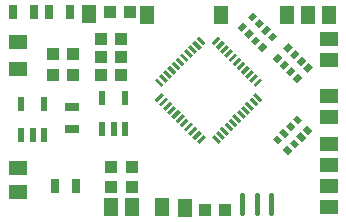
<source format=gtp>
G75*
%MOIN*%
%OFA0B0*%
%FSLAX25Y25*%
%IPPOS*%
%LPD*%
%AMOC8*
5,1,8,0,0,1.08239X$1,22.5*
%
%ADD10R,0.04331X0.03937*%
%ADD11R,0.06000X0.05000*%
%ADD12R,0.05000X0.06000*%
%ADD13R,0.03150X0.04724*%
%ADD14R,0.03937X0.04331*%
%ADD15R,0.01969X0.02559*%
%ADD16R,0.02165X0.04724*%
%ADD17C,0.01772*%
%ADD18R,0.04724X0.03150*%
%ADD19R,0.03150X0.01181*%
D10*
X0019102Y0052589D03*
X0025795Y0052589D03*
X0025795Y0059589D03*
X0019102Y0059589D03*
X0035102Y0058589D03*
X0041795Y0058589D03*
X0041795Y0064589D03*
X0035102Y0064589D03*
X0038102Y0073589D03*
X0044795Y0073589D03*
X0041795Y0052589D03*
X0035102Y0052589D03*
X0069775Y0007500D03*
X0076468Y0007500D03*
D11*
X0007449Y0013589D03*
X0007449Y0021589D03*
X0007449Y0054589D03*
X0007449Y0063589D03*
X0111121Y0064500D03*
X0111121Y0057500D03*
X0111121Y0045500D03*
X0111121Y0038500D03*
X0111121Y0029500D03*
X0111121Y0022500D03*
X0111121Y0015500D03*
X0111121Y0008500D03*
D12*
X0063227Y0008288D03*
X0055449Y0008589D03*
X0045449Y0008589D03*
X0038449Y0008589D03*
X0031318Y0072766D03*
X0050449Y0072589D03*
X0075308Y0072628D03*
X0097121Y0072500D03*
X0104121Y0072500D03*
X0111121Y0072500D03*
D13*
X0026992Y0015589D03*
X0019906Y0015589D03*
X0017906Y0073589D03*
X0012992Y0073589D03*
X0005906Y0073589D03*
X0024992Y0073589D03*
D14*
X0038449Y0021935D03*
X0038449Y0015242D03*
X0045449Y0015242D03*
X0045449Y0021935D03*
D15*
G36*
X0092441Y0031107D02*
X0093833Y0032499D01*
X0095641Y0030691D01*
X0094249Y0029299D01*
X0092441Y0031107D01*
G37*
G36*
X0094668Y0033334D02*
X0096060Y0034726D01*
X0097868Y0032918D01*
X0096476Y0031526D01*
X0094668Y0033334D01*
G37*
G36*
X0096895Y0035561D02*
X0098287Y0036953D01*
X0100095Y0035145D01*
X0098703Y0033753D01*
X0096895Y0035561D01*
G37*
G36*
X0099122Y0037789D02*
X0100514Y0039181D01*
X0102322Y0037373D01*
X0100930Y0035981D01*
X0099122Y0037789D01*
G37*
G36*
X0102602Y0034309D02*
X0103994Y0035701D01*
X0105802Y0033893D01*
X0104410Y0032501D01*
X0102602Y0034309D01*
G37*
G36*
X0100375Y0032082D02*
X0101767Y0033474D01*
X0103575Y0031666D01*
X0102183Y0030274D01*
X0100375Y0032082D01*
G37*
G36*
X0098148Y0029855D02*
X0099540Y0031247D01*
X0101348Y0029439D01*
X0099956Y0028047D01*
X0098148Y0029855D01*
G37*
G36*
X0095920Y0027627D02*
X0097312Y0029019D01*
X0099120Y0027211D01*
X0097728Y0025819D01*
X0095920Y0027627D01*
G37*
G36*
X0100641Y0049819D02*
X0099249Y0051211D01*
X0101057Y0053019D01*
X0102449Y0051627D01*
X0100641Y0049819D01*
G37*
G36*
X0098414Y0052047D02*
X0097022Y0053439D01*
X0098830Y0055247D01*
X0100222Y0053855D01*
X0098414Y0052047D01*
G37*
G36*
X0096187Y0054274D02*
X0094795Y0055666D01*
X0096603Y0057474D01*
X0097995Y0056082D01*
X0096187Y0054274D01*
G37*
G36*
X0093960Y0056501D02*
X0092568Y0057893D01*
X0094376Y0059701D01*
X0095768Y0058309D01*
X0093960Y0056501D01*
G37*
G36*
X0099667Y0057753D02*
X0098275Y0059145D01*
X0100083Y0060953D01*
X0101475Y0059561D01*
X0099667Y0057753D01*
G37*
G36*
X0101894Y0055526D02*
X0100502Y0056918D01*
X0102310Y0058726D01*
X0103702Y0057334D01*
X0101894Y0055526D01*
G37*
G36*
X0104121Y0053299D02*
X0102729Y0054691D01*
X0104537Y0056499D01*
X0105929Y0055107D01*
X0104121Y0053299D01*
G37*
G36*
X0097439Y0059981D02*
X0096047Y0061373D01*
X0097855Y0063181D01*
X0099247Y0061789D01*
X0097439Y0059981D01*
G37*
G36*
X0092248Y0063680D02*
X0090856Y0065072D01*
X0092664Y0066880D01*
X0094056Y0065488D01*
X0092248Y0063680D01*
G37*
G36*
X0088768Y0060201D02*
X0087376Y0061593D01*
X0089184Y0063401D01*
X0090576Y0062009D01*
X0088768Y0060201D01*
G37*
G36*
X0086541Y0062428D02*
X0085149Y0063820D01*
X0086957Y0065628D01*
X0088349Y0064236D01*
X0086541Y0062428D01*
G37*
G36*
X0084314Y0064655D02*
X0082922Y0066047D01*
X0084730Y0067855D01*
X0086122Y0066463D01*
X0084314Y0064655D01*
G37*
G36*
X0082087Y0066882D02*
X0080695Y0068274D01*
X0082503Y0070082D01*
X0083895Y0068690D01*
X0082087Y0066882D01*
G37*
G36*
X0087794Y0068135D02*
X0086402Y0069527D01*
X0088210Y0071335D01*
X0089602Y0069943D01*
X0087794Y0068135D01*
G37*
G36*
X0090021Y0065908D02*
X0088629Y0067300D01*
X0090437Y0069108D01*
X0091829Y0067716D01*
X0090021Y0065908D01*
G37*
G36*
X0085567Y0070362D02*
X0084175Y0071754D01*
X0085983Y0073562D01*
X0087375Y0072170D01*
X0085567Y0070362D01*
G37*
D16*
X0043189Y0044707D03*
X0035709Y0044707D03*
X0035709Y0034470D03*
X0039449Y0034470D03*
X0043189Y0034470D03*
X0016189Y0032470D03*
X0012449Y0032470D03*
X0008709Y0032470D03*
X0008709Y0042707D03*
X0016189Y0042707D03*
D17*
X0082397Y0012364D02*
X0082397Y0006636D01*
X0087121Y0006636D02*
X0087121Y0012364D01*
X0091846Y0012364D02*
X0091846Y0006636D01*
D18*
X0025518Y0034626D03*
X0025518Y0041712D03*
D19*
G36*
X0053166Y0044299D02*
X0055392Y0046525D01*
X0056226Y0045691D01*
X0054000Y0043465D01*
X0053166Y0044299D01*
G37*
G36*
X0054558Y0042907D02*
X0056784Y0045133D01*
X0057618Y0044299D01*
X0055392Y0042073D01*
X0054558Y0042907D01*
G37*
G36*
X0055950Y0041515D02*
X0058176Y0043741D01*
X0059010Y0042907D01*
X0056784Y0040681D01*
X0055950Y0041515D01*
G37*
G36*
X0057342Y0040123D02*
X0059568Y0042349D01*
X0060402Y0041515D01*
X0058176Y0039289D01*
X0057342Y0040123D01*
G37*
G36*
X0058734Y0038731D02*
X0060960Y0040957D01*
X0061794Y0040123D01*
X0059568Y0037897D01*
X0058734Y0038731D01*
G37*
G36*
X0060126Y0037339D02*
X0062352Y0039565D01*
X0063186Y0038731D01*
X0060960Y0036505D01*
X0060126Y0037339D01*
G37*
G36*
X0064578Y0037339D02*
X0062352Y0035113D01*
X0061518Y0035947D01*
X0063744Y0038173D01*
X0064578Y0037339D01*
G37*
G36*
X0065970Y0035947D02*
X0063744Y0033721D01*
X0062910Y0034555D01*
X0065136Y0036781D01*
X0065970Y0035947D01*
G37*
G36*
X0067362Y0034555D02*
X0065136Y0032329D01*
X0064302Y0033163D01*
X0066528Y0035389D01*
X0067362Y0034555D01*
G37*
G36*
X0068754Y0033163D02*
X0066528Y0030937D01*
X0065694Y0031771D01*
X0067920Y0033997D01*
X0068754Y0033163D01*
G37*
G36*
X0070146Y0031771D02*
X0067920Y0029545D01*
X0067086Y0030379D01*
X0069312Y0032605D01*
X0070146Y0031771D01*
G37*
G36*
X0074323Y0029545D02*
X0072097Y0031771D01*
X0072931Y0032605D01*
X0075157Y0030379D01*
X0074323Y0029545D01*
G37*
G36*
X0075715Y0030937D02*
X0073489Y0033163D01*
X0074323Y0033997D01*
X0076549Y0031771D01*
X0075715Y0030937D01*
G37*
G36*
X0077107Y0032329D02*
X0074881Y0034555D01*
X0075715Y0035389D01*
X0077941Y0033163D01*
X0077107Y0032329D01*
G37*
G36*
X0078498Y0033721D02*
X0076272Y0035947D01*
X0077106Y0036781D01*
X0079332Y0034555D01*
X0078498Y0033721D01*
G37*
G36*
X0079890Y0035113D02*
X0077664Y0037339D01*
X0078498Y0038173D01*
X0080724Y0035947D01*
X0079890Y0035113D01*
G37*
G36*
X0081282Y0036505D02*
X0079056Y0038731D01*
X0079890Y0039565D01*
X0082116Y0037339D01*
X0081282Y0036505D01*
G37*
G36*
X0081282Y0040957D02*
X0083508Y0038731D01*
X0082674Y0037897D01*
X0080448Y0040123D01*
X0081282Y0040957D01*
G37*
G36*
X0082674Y0042349D02*
X0084900Y0040123D01*
X0084066Y0039289D01*
X0081840Y0041515D01*
X0082674Y0042349D01*
G37*
G36*
X0084066Y0043741D02*
X0086292Y0041515D01*
X0085458Y0040681D01*
X0083232Y0042907D01*
X0084066Y0043741D01*
G37*
G36*
X0085458Y0045133D02*
X0087684Y0042907D01*
X0086850Y0042073D01*
X0084624Y0044299D01*
X0085458Y0045133D01*
G37*
G36*
X0086850Y0046525D02*
X0089076Y0044299D01*
X0088242Y0043465D01*
X0086016Y0045691D01*
X0086850Y0046525D01*
G37*
G36*
X0089076Y0050701D02*
X0086850Y0048475D01*
X0086016Y0049309D01*
X0088242Y0051535D01*
X0089076Y0050701D01*
G37*
G36*
X0087684Y0052093D02*
X0085458Y0049867D01*
X0084624Y0050701D01*
X0086850Y0052927D01*
X0087684Y0052093D01*
G37*
G36*
X0086292Y0053485D02*
X0084066Y0051259D01*
X0083232Y0052093D01*
X0085458Y0054319D01*
X0086292Y0053485D01*
G37*
G36*
X0084900Y0054877D02*
X0082674Y0052651D01*
X0081840Y0053485D01*
X0084066Y0055711D01*
X0084900Y0054877D01*
G37*
G36*
X0083508Y0056269D02*
X0081282Y0054043D01*
X0080448Y0054877D01*
X0082674Y0057103D01*
X0083508Y0056269D01*
G37*
G36*
X0082116Y0057661D02*
X0079890Y0055435D01*
X0079056Y0056269D01*
X0081282Y0058495D01*
X0082116Y0057661D01*
G37*
G36*
X0077664Y0057661D02*
X0079890Y0059887D01*
X0080724Y0059053D01*
X0078498Y0056827D01*
X0077664Y0057661D01*
G37*
G36*
X0076272Y0059053D02*
X0078498Y0061279D01*
X0079332Y0060445D01*
X0077106Y0058219D01*
X0076272Y0059053D01*
G37*
G36*
X0074881Y0060445D02*
X0077107Y0062671D01*
X0077941Y0061837D01*
X0075715Y0059611D01*
X0074881Y0060445D01*
G37*
G36*
X0073489Y0061837D02*
X0075715Y0064063D01*
X0076549Y0063229D01*
X0074323Y0061003D01*
X0073489Y0061837D01*
G37*
G36*
X0072097Y0063229D02*
X0074323Y0065455D01*
X0075157Y0064621D01*
X0072931Y0062395D01*
X0072097Y0063229D01*
G37*
G36*
X0067920Y0065455D02*
X0070146Y0063229D01*
X0069312Y0062395D01*
X0067086Y0064621D01*
X0067920Y0065455D01*
G37*
G36*
X0066528Y0064063D02*
X0068754Y0061837D01*
X0067920Y0061003D01*
X0065694Y0063229D01*
X0066528Y0064063D01*
G37*
G36*
X0065136Y0062671D02*
X0067362Y0060445D01*
X0066528Y0059611D01*
X0064302Y0061837D01*
X0065136Y0062671D01*
G37*
G36*
X0063744Y0061279D02*
X0065970Y0059053D01*
X0065136Y0058219D01*
X0062910Y0060445D01*
X0063744Y0061279D01*
G37*
G36*
X0062352Y0059887D02*
X0064578Y0057661D01*
X0063744Y0056827D01*
X0061518Y0059053D01*
X0062352Y0059887D01*
G37*
G36*
X0060960Y0058495D02*
X0063186Y0056269D01*
X0062352Y0055435D01*
X0060126Y0057661D01*
X0060960Y0058495D01*
G37*
G36*
X0060960Y0054043D02*
X0058734Y0056269D01*
X0059568Y0057103D01*
X0061794Y0054877D01*
X0060960Y0054043D01*
G37*
G36*
X0059568Y0052651D02*
X0057342Y0054877D01*
X0058176Y0055711D01*
X0060402Y0053485D01*
X0059568Y0052651D01*
G37*
G36*
X0058176Y0051259D02*
X0055950Y0053485D01*
X0056784Y0054319D01*
X0059010Y0052093D01*
X0058176Y0051259D01*
G37*
G36*
X0056784Y0049867D02*
X0054558Y0052093D01*
X0055392Y0052927D01*
X0057618Y0050701D01*
X0056784Y0049867D01*
G37*
G36*
X0055392Y0048475D02*
X0053166Y0050701D01*
X0054000Y0051535D01*
X0056226Y0049309D01*
X0055392Y0048475D01*
G37*
M02*

</source>
